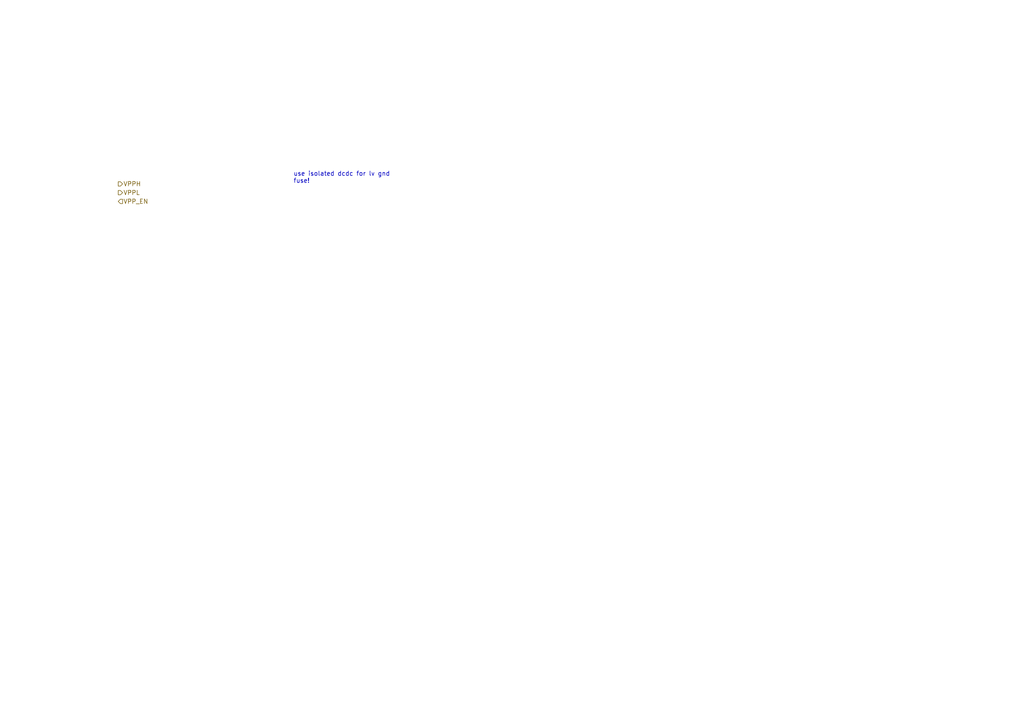
<source format=kicad_sch>
(kicad_sch (version 20230121) (generator eeschema)
  (paper "A4")
  (lib_symbols)
  (text "use isolated dcdc for lv gnd\nfuse!" (at 85.09 53.34 0) (effects (font (size 1.27 1.27)) (justify left bottom)))
  (hierarchical_label "VPPH" (shape output) (at 34.29 53.34 0))
  (hierarchical_label "VPP_EN" (shape input) (at 34.29 58.42 0))
  (hierarchical_label "VPPL" (shape output) (at 34.29 55.88 0))
)
</source>
